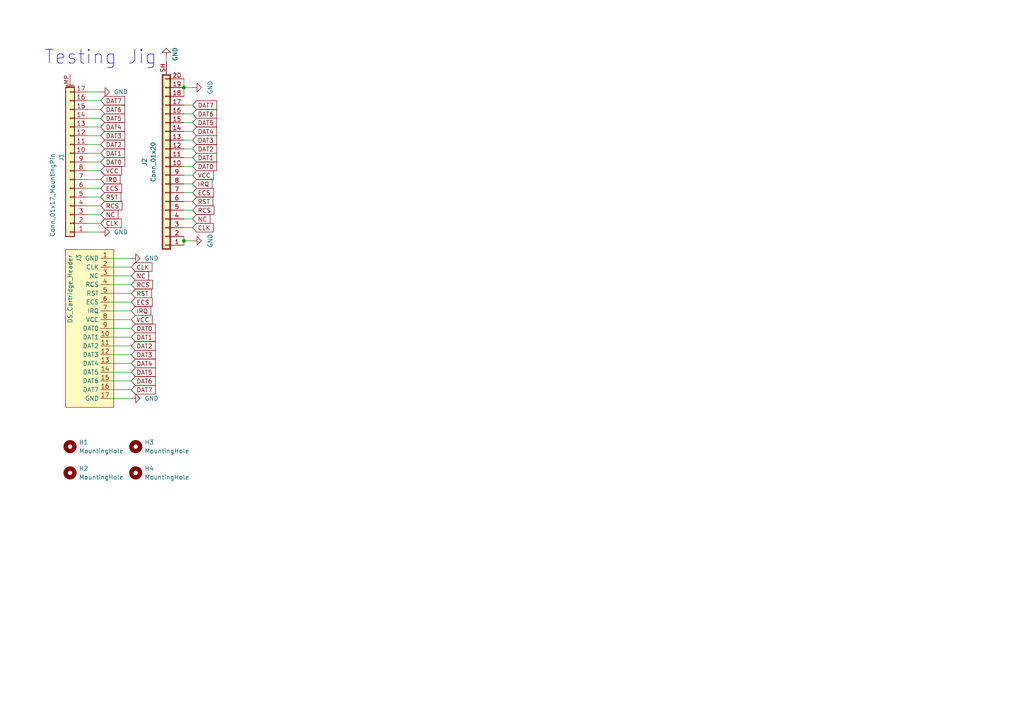
<source format=kicad_sch>
(kicad_sch (version 20211123) (generator eeschema)
  (paper "A4")
  (lib_symbols
    (symbol "Connector:DS_Cartridge_Header"
      (property "Reference" "U1" (at -19.05 0 0))
      (property "Value" "DS_Cartridge_Header" (at -10.16 -2.54 0))
      (symbol "DS_Cartridge_Header_0_1"
        (rectangle (start 24.13 10.16) (end -21.59 -3.81) (fill (type background)))
      )
      (symbol "DS_Cartridge_Header_1_1"
        (pin input line (at -19.05 8.89 270) (length 2.54) (name "GND") (number "1"))
        (pin input line (at 3.81 8.89 270) (length 2.54) (name "DAT1") (number "10"))
        (pin input line (at 6.35 8.89 270) (length 2.54) (name "DAT2") (number "11"))
        (pin input line (at 8.89 8.89 270) (length 2.54) (name "DAT3") (number "12"))
        (pin input line (at 11.43 8.89 270) (length 2.54) (name "DAT4") (number "13"))
        (pin input line (at 13.97 8.89 270) (length 2.54) (name "DAT5") (number "14"))
        (pin input line (at 16.51 8.89 270) (length 2.54) (name "DAT6") (number "15"))
        (pin input line (at 19.05 8.89 270) (length 2.54) (name "DAT7") (number "16"))
        (pin input line (at 21.59 8.89 270) (length 2.54) (name "GND") (number "17"))
        (pin input line (at -16.51 8.89 270) (length 2.54) (name "CLK") (number "2"))
        (pin input line (at -13.97 8.89 270) (length 2.54) (name "NC") (number "3"))
        (pin input line (at -11.43 8.89 270) (length 2.54) (name "RCS") (number "4"))
        (pin input line (at -8.89 8.89 270) (length 2.54) (name "RST") (number "5"))
        (pin input line (at -6.35 8.89 270) (length 2.54) (name "ECS") (number "6"))
        (pin input line (at -3.81 8.89 270) (length 2.54) (name "IRQ") (number "7"))
        (pin input line (at -1.27 8.89 270) (length 2.54) (name "VCC") (number "8"))
        (pin input line (at 1.27 8.89 270) (length 2.54) (name "DAT0") (number "9"))
      )
    )
    (symbol "Connector_Generic_MountingPin:Conn_01x17_MountingPin" (pin_names (offset 1.016) hide)
      (property "Reference" "J" (at 0 22.86 0))
      (property "Value" "Conn_01x17_MountingPin" (at 1.27 -22.86 0))
      (symbol "Conn_01x17_MountingPin_1_1"
        (rectangle (start -1.27 -20.193) (end 0 -20.447) (stroke (width 0.1524)))
        (rectangle (start -1.27 -17.653) (end 0 -17.907) (stroke (width 0.1524)))
        (rectangle (start -1.27 -15.113) (end 0 -15.367) (stroke (width 0.1524)))
        (rectangle (start -1.27 -12.573) (end 0 -12.827) (stroke (width 0.1524)))
        (rectangle (start -1.27 -10.033) (end 0 -10.287) (stroke (width 0.1524)))
        (rectangle (start -1.27 -7.493) (end 0 -7.747) (stroke (width 0.1524)))
        (rectangle (start -1.27 -4.953) (end 0 -5.207) (stroke (width 0.1524)))
        (rectangle (start -1.27 -2.413) (end 0 -2.667) (stroke (width 0.1524)))
        (rectangle (start -1.27 0.127) (end 0 -0.127) (stroke (width 0.1524)))
        (rectangle (start -1.27 2.667) (end 0 2.413) (stroke (width 0.1524)))
        (rectangle (start -1.27 5.207) (end 0 4.953) (stroke (width 0.1524)))
        (rectangle (start -1.27 7.747) (end 0 7.493) (stroke (width 0.1524)))
        (rectangle (start -1.27 10.287) (end 0 10.033) (stroke (width 0.1524)))
        (rectangle (start -1.27 12.827) (end 0 12.573) (stroke (width 0.1524)))
        (rectangle (start -1.27 15.367) (end 0 15.113) (stroke (width 0.1524)))
        (rectangle (start -1.27 17.907) (end 0 17.653) (stroke (width 0.1524)))
        (rectangle (start -1.27 20.447) (end 0 20.193) (stroke (width 0.1524)))
        (rectangle (start -1.27 21.59) (end 1.27 -21.59) (stroke (width 0.254)) (fill (type background)))
        (polyline (pts (xy -1.016 -22.352) (xy 1.016 -22.352)) (stroke (width 0.1524)))
        (text "Mounting" (at 0 -21.971 0) (effects (font (size 0.381 0.381))))
        (pin passive line (at -5.08 20.32 0) (length 3.81) (name "Pin_1") (number "1"))
        (pin passive line (at -5.08 -2.54 0) (length 3.81) (name "Pin_10") (number "10"))
        (pin passive line (at -5.08 -5.08 0) (length 3.81) (name "Pin_11") (number "11"))
        (pin passive line (at -5.08 -7.62 0) (length 3.81) (name "Pin_12") (number "12"))
        (pin passive line (at -5.08 -10.16 0) (length 3.81) (name "Pin_13") (number "13"))
        (pin passive line (at -5.08 -12.7 0) (length 3.81) (name "Pin_14") (number "14"))
        (pin passive line (at -5.08 -15.24 0) (length 3.81) (name "Pin_15") (number "15"))
        (pin passive line (at -5.08 -17.78 0) (length 3.81) (name "Pin_16") (number "16"))
        (pin passive line (at -5.08 -20.32 0) (length 3.81) (name "Pin_17") (number "17"))
        (pin passive line (at -5.08 17.78 0) (length 3.81) (name "Pin_2") (number "2"))
        (pin passive line (at -5.08 15.24 0) (length 3.81) (name "Pin_3") (number "3"))
        (pin passive line (at -5.08 12.7 0) (length 3.81) (name "Pin_4") (number "4"))
        (pin passive line (at -5.08 10.16 0) (length 3.81) (name "Pin_5") (number "5"))
        (pin passive line (at -5.08 7.62 0) (length 3.81) (name "Pin_6") (number "6"))
        (pin passive line (at -5.08 5.08 0) (length 3.81) (name "Pin_7") (number "7"))
        (pin passive line (at -5.08 2.54 0) (length 3.81) (name "Pin_8") (number "8"))
        (pin passive line (at -5.08 0 0) (length 3.81) (name "Pin_9") (number "9"))
        (pin passive line (at 0 -25.4 90) (length 3.048) (name "MountPin") (number "MP"))
      )
    )
    (symbol "Connector_Generic_Shielded:Conn_01x20_Shielded" (pin_names (offset 1.016) hide)
      (property "Reference" "J" (at 0.254 25.146 0))
      (property "Value" "Conn_01x20_Shielded" (at 1.016 -27.686 0))
      (symbol "Conn_01x20_Shielded_1_1"
        (rectangle (start -1.27 24.13) (end 1.27 -26.67) (stroke (width 0.1524)))
        (rectangle (start -1.016 -25.273) (end 0.254 -25.527) (stroke (width 0.1524)))
        (rectangle (start -1.016 -22.733) (end 0.254 -22.987) (stroke (width 0.1524)))
        (rectangle (start -1.016 -20.193) (end 0.254 -20.447) (stroke (width 0.1524)))
        (rectangle (start -1.016 -17.653) (end 0.254 -17.907) (stroke (width 0.1524)))
        (rectangle (start -1.016 -15.113) (end 0.254 -15.367) (stroke (width 0.1524)))
        (rectangle (start -1.016 -12.573) (end 0.254 -12.827) (stroke (width 0.1524)))
        (rectangle (start -1.016 -10.033) (end 0.254 -10.287) (stroke (width 0.1524)))
        (rectangle (start -1.016 -7.493) (end 0.254 -7.747) (stroke (width 0.1524)))
        (rectangle (start -1.016 -4.953) (end 0.254 -5.207) (stroke (width 0.1524)))
        (rectangle (start -1.016 -2.413) (end 0.254 -2.667) (stroke (width 0.1524)))
        (rectangle (start -1.016 0.127) (end 0.254 -0.127) (stroke (width 0.1524)))
        (rectangle (start -1.016 2.667) (end 0.254 2.413) (stroke (width 0.1524)))
        (rectangle (start -1.016 5.207) (end 0.254 4.953) (stroke (width 0.1524)))
        (rectangle (start -1.016 7.747) (end 0.254 7.493) (stroke (width 0.1524)))
        (rectangle (start -1.016 10.287) (end 0.254 10.033) (stroke (width 0.1524)))
        (rectangle (start -1.016 12.827) (end 0.254 12.573) (stroke (width 0.1524)))
        (rectangle (start -1.016 15.367) (end 0.254 15.113) (stroke (width 0.1524)))
        (rectangle (start -1.016 17.907) (end 0.254 17.653) (stroke (width 0.1524)))
        (rectangle (start -1.016 20.447) (end 0.254 20.193) (stroke (width 0.1524)))
        (rectangle (start -1.016 22.987) (end 0.254 22.733) (stroke (width 0.1524)))
        (rectangle (start -1.016 23.876) (end 1.016 -26.416) (stroke (width 0.254)) (fill (type background)))
        (pin passive line (at -5.08 22.86 0) (length 4.064) (name "Pin_1") (number "1"))
        (pin passive line (at -5.08 0 0) (length 4.064) (name "Pin_10") (number "10"))
        (pin passive line (at -5.08 -2.54 0) (length 4.064) (name "Pin_11") (number "11"))
        (pin passive line (at -5.08 -5.08 0) (length 4.064) (name "Pin_12") (number "12"))
        (pin passive line (at -5.08 -7.62 0) (length 4.064) (name "Pin_13") (number "13"))
        (pin passive line (at -5.08 -10.16 0) (length 4.064) (name "Pin_14") (number "14"))
        (pin passive line (at -5.08 -12.7 0) (length 4.064) (name "Pin_15") (number "15"))
        (pin passive line (at -5.08 -15.24 0) (length 4.064) (name "Pin_16") (number "16"))
        (pin passive line (at -5.08 -17.78 0) (length 4.064) (name "Pin_17") (number "17"))
        (pin passive line (at -5.08 -20.32 0) (length 4.064) (name "Pin_18") (number "18"))
        (pin passive line (at -5.08 -22.86 0) (length 4.064) (name "Pin_19") (number "19"))
        (pin passive line (at -5.08 20.32 0) (length 4.064) (name "Pin_2") (number "2"))
        (pin passive line (at -5.08 -25.4 0) (length 4.064) (name "Pin_20") (number "20"))
        (pin passive line (at -5.08 17.78 0) (length 4.064) (name "Pin_3") (number "3"))
        (pin passive line (at -5.08 15.24 0) (length 4.064) (name "Pin_4") (number "4"))
        (pin passive line (at -5.08 12.7 0) (length 4.064) (name "Pin_5") (number "5"))
        (pin passive line (at -5.08 10.16 0) (length 4.064) (name "Pin_6") (number "6"))
        (pin passive line (at -5.08 7.62 0) (length 4.064) (name "Pin_7") (number "7"))
        (pin passive line (at -5.08 5.08 0) (length 4.064) (name "Pin_8") (number "8"))
        (pin passive line (at -5.08 2.54 0) (length 4.064) (name "Pin_9") (number "9"))
        (pin passive line (at 0 -30.48 90) (length 3.81) (name "Shield") (number "SH"))
      )
    )
    (symbol "Mechanical:MountingHole" (pin_names (offset 1.016))
      (property "Reference" "H" (at 0 5.08 0))
      (property "Value" "MountingHole" (at 0 3.175 0))
      (symbol "MountingHole_0_1"
        (circle (center 0 0) (radius 1.27) (stroke (width 1.27)))
      )
    )
    (symbol "power:GND" (power) (pin_names (offset 0))
      (property "Value" "GND" (at 0 -3.81 0))
      (symbol "GND_0_1"
        (polyline (pts (xy 0 0) (xy 0 -1.27) (xy 1.27 -1.27) (xy 0 -2.54) (xy -1.27 -1.27) (xy 0 -1.27)))
      )
      (symbol "GND_1_1"
        (pin power_in line (at 0 0 270) (length 0) hide (name "GND") (number "1"))
      )
    )
  )
  (junction (at 53.34 69.85))
  (junction (at 53.34 25.4))
  (wire (pts (xy 25.4 64.77) (xy 29.21 64.77)))
  (wire (pts (xy 53.34 69.85) (xy 55.88 69.85)))
  (wire (pts (xy 53.34 50.8) (xy 55.88 50.8)))
  (wire (pts (xy 31.75 115.57) (xy 38.1 115.57)))
  (wire (pts (xy 25.4 34.29) (xy 29.21 34.29)))
  (wire (pts (xy 31.75 100.33) (xy 38.1 100.33)))
  (wire (pts (xy 31.75 82.55) (xy 38.1 82.55)))
  (wire (pts (xy 31.75 90.17) (xy 38.1 90.17)))
  (wire (pts (xy 53.34 43.18) (xy 55.88 43.18)))
  (wire (pts (xy 31.75 102.87) (xy 38.1 102.87)))
  (wire (pts (xy 53.34 25.4) (xy 53.34 22.86)))
  (wire (pts (xy 31.75 92.71) (xy 38.1 92.71)))
  (wire (pts (xy 31.75 77.47) (xy 38.1 77.47)))
  (wire (pts (xy 53.34 60.96) (xy 55.88 60.96)))
  (wire (pts (xy 53.34 58.42) (xy 55.88 58.42)))
  (wire (pts (xy 25.4 26.67) (xy 29.21 26.67)))
  (wire (pts (xy 25.4 57.15) (xy 29.21 57.15)))
  (wire (pts (xy 25.4 44.45) (xy 29.21 44.45)))
  (wire (pts (xy 53.34 35.56) (xy 55.88 35.56)))
  (wire (pts (xy 53.34 25.4) (xy 55.88 25.4)))
  (wire (pts (xy 25.4 29.21) (xy 29.21 29.21)))
  (wire (pts (xy 53.34 48.26) (xy 55.88 48.26)))
  (wire (pts (xy 31.75 107.95) (xy 38.1 107.95)))
  (wire (pts (xy 53.34 66.04) (xy 55.88 66.04)))
  (wire (pts (xy 25.4 62.23) (xy 29.21 62.23)))
  (wire (pts (xy 31.75 74.93) (xy 38.1 74.93)))
  (wire (pts (xy 48.26 17.78) (xy 48.26 16.51)))
  (wire (pts (xy 31.75 110.49) (xy 38.1 110.49)))
  (wire (pts (xy 25.4 49.53) (xy 29.21 49.53)))
  (wire (pts (xy 25.4 31.75) (xy 29.21 31.75)))
  (wire (pts (xy 53.34 55.88) (xy 55.88 55.88)))
  (wire (pts (xy 25.4 59.69) (xy 29.21 59.69)))
  (wire (pts (xy 25.4 67.31) (xy 29.21 67.31)))
  (wire (pts (xy 31.75 105.41) (xy 38.1 105.41)))
  (wire (pts (xy 53.34 45.72) (xy 55.88 45.72)))
  (wire (pts (xy 53.34 53.34) (xy 55.88 53.34)))
  (wire (pts (xy 53.34 40.64) (xy 55.88 40.64)))
  (wire (pts (xy 31.75 87.63) (xy 38.1 87.63)))
  (wire (pts (xy 25.4 54.61) (xy 29.21 54.61)))
  (wire (pts (xy 31.75 113.03) (xy 38.1 113.03)))
  (wire (pts (xy 25.4 52.07) (xy 29.21 52.07)))
  (wire (pts (xy 25.4 41.91) (xy 29.21 41.91)))
  (wire (pts (xy 31.75 85.09) (xy 38.1 85.09)))
  (wire (pts (xy 31.75 80.01) (xy 38.1 80.01)))
  (wire (pts (xy 25.4 46.99) (xy 29.21 46.99)))
  (wire (pts (xy 53.34 38.1) (xy 55.88 38.1)))
  (wire (pts (xy 53.34 71.12) (xy 53.34 69.85)))
  (wire (pts (xy 53.34 63.5) (xy 55.88 63.5)))
  (wire (pts (xy 53.34 30.48) (xy 55.88 30.48)))
  (wire (pts (xy 25.4 36.83) (xy 29.21 36.83)))
  (wire (pts (xy 31.75 97.79) (xy 38.1 97.79)))
  (wire (pts (xy 53.34 69.85) (xy 53.34 68.58)))
  (wire (pts (xy 31.75 95.25) (xy 38.1 95.25)))
  (wire (pts (xy 53.34 33.02) (xy 55.88 33.02)))
  (wire (pts (xy 53.34 27.94) (xy 53.34 25.4)))
  (wire (pts (xy 25.4 39.37) (xy 29.21 39.37)))
  (text "Testing Jig" (at 12.7 19.05 0) (effects (font (size 4 4)) (justify left bottom)))
  (global_label "RST" (shape input) (at 29.21 57.15 0) (property "Intersheet References" "${INTERSHEET_REFS}" (effects hide)))
  (global_label "RST" (shape input) (at 38.1 85.09 0) (property "Intersheet References" "${INTERSHEET_REFS}" (effects hide)))
  (global_label "DAT2" (shape input) (at 38.1 100.33 0) (property "Intersheet References" "${INTERSHEET_REFS}" (effects hide)))
  (global_label "DAT1" (shape input) (at 38.1 97.79 0) (property "Intersheet References" "${INTERSHEET_REFS}" (effects hide)))
  (global_label "VCC" (shape input) (at 38.1 92.71 0) (property "Intersheet References" "${INTERSHEET_REFS}" (effects hide)))
  (global_label "DAT3" (shape input) (at 55.88 40.64 0) (property "Intersheet References" "${INTERSHEET_REFS}" (effects hide)))
  (global_label "IRQ" (shape input) (at 55.88 53.34 0) (property "Intersheet References" "${INTERSHEET_REFS}" (effects hide)))
  (global_label "RCS" (shape input) (at 38.1 82.55 0) (property "Intersheet References" "${INTERSHEET_REFS}" (effects hide)))
  (global_label "DAT1" (shape input) (at 55.88 45.72 0) (property "Intersheet References" "${INTERSHEET_REFS}" (effects hide)))
  (global_label "DAT0" (shape input) (at 29.21 46.99 0) (property "Intersheet References" "${INTERSHEET_REFS}" (effects hide)))
  (global_label "DAT4" (shape input) (at 55.88 38.1 0) (property "Intersheet References" "${INTERSHEET_REFS}" (effects hide)))
  (global_label "NC" (shape input) (at 55.88 63.5 0) (property "Intersheet References" "${INTERSHEET_REFS}" (effects hide)))
  (global_label "DAT7" (shape input) (at 38.1 113.03 0) (property "Intersheet References" "${INTERSHEET_REFS}" (effects hide)))
  (global_label "DAT2" (shape input) (at 55.88 43.18 0) (property "Intersheet References" "${INTERSHEET_REFS}" (effects hide)))
  (global_label "DAT6" (shape input) (at 38.1 110.49 0) (property "Intersheet References" "${INTERSHEET_REFS}" (effects hide)))
  (global_label "RST" (shape input) (at 55.88 58.42 0) (property "Intersheet References" "${INTERSHEET_REFS}" (effects hide)))
  (global_label "DAT6" (shape input) (at 55.88 33.02 0) (property "Intersheet References" "${INTERSHEET_REFS}" (effects hide)))
  (global_label "DAT5" (shape input) (at 38.1 107.95 0) (property "Intersheet References" "${INTERSHEET_REFS}" (effects hide)))
  (global_label "DAT5" (shape input) (at 55.88 35.56 0) (property "Intersheet References" "${INTERSHEET_REFS}" (effects hide)))
  (global_label "DAT0" (shape input) (at 55.88 48.26 0) (property "Intersheet References" "${INTERSHEET_REFS}" (effects hide)))
  (global_label "ECS" (shape input) (at 29.21 54.61 0) (property "Intersheet References" "${INTERSHEET_REFS}" (effects hide)))
  (global_label "DAT7" (shape input) (at 29.21 29.21 0) (property "Intersheet References" "${INTERSHEET_REFS}" (effects hide)))
  (global_label "IRQ" (shape input) (at 29.21 52.07 0) (property "Intersheet References" "${INTERSHEET_REFS}" (effects hide)))
  (global_label "DAT4" (shape input) (at 29.21 36.83 0) (property "Intersheet References" "${INTERSHEET_REFS}" (effects hide)))
  (global_label "DAT1" (shape input) (at 29.21 44.45 0) (property "Intersheet References" "${INTERSHEET_REFS}" (effects hide)))
  (global_label "CLK" (shape input) (at 38.1 77.47 0) (property "Intersheet References" "${INTERSHEET_REFS}" (effects hide)))
  (global_label "DAT2" (shape input) (at 29.21 41.91 0) (property "Intersheet References" "${INTERSHEET_REFS}" (effects hide)))
  (global_label "NC" (shape input) (at 29.21 62.23 0) (property "Intersheet References" "${INTERSHEET_REFS}" (effects hide)))
  (global_label "DAT4" (shape input) (at 38.1 105.41 0) (property "Intersheet References" "${INTERSHEET_REFS}" (effects hide)))
  (global_label "DAT0" (shape input) (at 38.1 95.25 0) (property "Intersheet References" "${INTERSHEET_REFS}" (effects hide)))
  (global_label "ECS" (shape input) (at 55.88 55.88 0) (property "Intersheet References" "${INTERSHEET_REFS}" (effects hide)))
  (global_label "DAT3" (shape input) (at 29.21 39.37 0) (property "Intersheet References" "${INTERSHEET_REFS}" (effects hide)))
  (global_label "DAT3" (shape input) (at 38.1 102.87 0) (property "Intersheet References" "${INTERSHEET_REFS}" (effects hide)))
  (global_label "CLK" (shape input) (at 29.21 64.77 0) (property "Intersheet References" "${INTERSHEET_REFS}" (effects hide)))
  (global_label "ECS" (shape input) (at 38.1 87.63 0) (property "Intersheet References" "${INTERSHEET_REFS}" (effects hide)))
  (global_label "DAT7" (shape input) (at 55.88 30.48 0) (property "Intersheet References" "${INTERSHEET_REFS}" (effects hide)))
  (global_label "VCC" (shape input) (at 29.21 49.53 0) (property "Intersheet References" "${INTERSHEET_REFS}" (effects hide)))
  (global_label "DAT5" (shape input) (at 29.21 34.29 0) (property "Intersheet References" "${INTERSHEET_REFS}" (effects hide)))
  (global_label "VCC" (shape input) (at 55.88 50.8 0) (property "Intersheet References" "${INTERSHEET_REFS}" (effects hide)))
  (global_label "IRQ" (shape input) (at 38.1 90.17 0) (property "Intersheet References" "${INTERSHEET_REFS}" (effects hide)))
  (global_label "RCS" (shape input) (at 55.88 60.96 0) (property "Intersheet References" "${INTERSHEET_REFS}" (effects hide)))
  (global_label "NC" (shape input) (at 38.1 80.01 0) (property "Intersheet References" "${INTERSHEET_REFS}" (effects hide)))
  (global_label "DAT6" (shape input) (at 29.21 31.75 0) (property "Intersheet References" "${INTERSHEET_REFS}" (effects hide)))
  (global_label "RCS" (shape input) (at 29.21 59.69 0) (property "Intersheet References" "${INTERSHEET_REFS}" (effects hide)))
  (global_label "CLK" (shape input) (at 55.88 66.04 0) (property "Intersheet References" "${INTERSHEET_REFS}" (effects hide)))
  (symbol (lib_id "Connector_Generic_Shielded:Conn_01x20_Shielded") (at 48.26 48.26 180) (unit 1)
    (property "Reference" "J2" (at 41.91 46.99 90))
    (property "Value" "Conn_01x20" (at 44.45 46.99 90))
    (property "Footprint" "Connector_FFC-FPC:Hirose_FH12-20S-0.5SH_1x20-1MP_P0.50mm_Horizontal" (effects hide))
  )
  (symbol (lib_id "Mechanical:MountingHole") (at 39.37 137.16 0) (unit 1)
    (property "Reference" "H4" (at 41.91 135.8899 0) (effects (justify left)))
    (property "Value" "MountingHole" (at 41.91 138.4299 0) (effects (justify left)))
    (property "Footprint" "MountingHole:MountingHole_2.7mm_M2.5" (effects hide))
  )
  (symbol (lib_id "power:GND") (at 38.1 74.93 90) (unit 1)
    (property "Reference" "#PWR0104" (effects hide))
    (property "Value" "GND" (at 41.91 74.9299 90) (effects (justify right)))
  )
  (symbol (lib_id "power:GND") (at 48.26 16.51 180) (unit 1)
    (property "Reference" "#PWR0102" (effects hide))
    (property "Value" "GND" (at 50.8 17.78 90) (effects (justify right)))
  )
  (symbol (lib_id "Connector:DS_Cartridge_Header") (at 22.86 93.98 270) (unit 1)
    (property "Reference" "J3" (at 22.86 74.93 0))
    (property "Value" "DS_Cartridge_Header" (at 20.32 83.82 0))
    (property "Footprint" "TestPoint:SIP-17" (effects hide))
  )
  (symbol (lib_id "power:GND") (at 55.88 25.4 90) (unit 1)
    (property "Reference" "#PWR0106" (effects hide))
    (property "Value" "GND" (at 60.96 25.4 0))
  )
  (symbol (lib_id "Mechanical:MountingHole") (at 20.32 129.54 0) (unit 1)
    (property "Reference" "H1" (at 22.86 128.2699 0) (effects (justify left)))
    (property "Value" "MountingHole" (at 22.86 130.8099 0) (effects (justify left)))
    (property "Footprint" "MountingHole:MountingHole_2.7mm_M2.5" (effects hide))
  )
  (symbol (lib_id "Mechanical:MountingHole") (at 39.37 129.54 0) (unit 1)
    (property "Reference" "H3" (at 41.91 128.2699 0) (effects (justify left)))
    (property "Value" "MountingHole" (at 41.91 130.8099 0) (effects (justify left)))
    (property "Footprint" "MountingHole:MountingHole_2.7mm_M2.5" (effects hide))
  )
  (symbol (lib_id "power:GND") (at 38.1 115.57 90) (unit 1)
    (property "Reference" "#PWR0105" (effects hide))
    (property "Value" "GND" (at 41.91 115.5699 90) (effects (justify right)))
  )
  (symbol (lib_id "power:GND") (at 29.21 26.67 90) (unit 1)
    (property "Reference" "#PWR0101" (effects hide))
    (property "Value" "GND" (at 33.02 26.6699 90) (effects (justify right)))
  )
  (symbol (lib_id "Connector_Generic_MountingPin:Conn_01x17_MountingPin") (at 20.32 46.99 180) (unit 1)
    (property "Reference" "J1" (at 17.78 44.45 90) (effects (justify left)))
    (property "Value" "Conn_01x17_MountingPin" (at 15.24 44.45 90) (effects (justify left)))
    (property "Footprint" "Connector_PinHeader_2.54mm:PinHeader_1x17_P2.54mm_Horizontal" (effects hide))
  )
  (symbol (lib_id "power:GND") (at 55.88 69.85 90) (unit 1)
    (property "Reference" "#PWR0107" (effects hide))
    (property "Value" "GND" (at 60.96 69.85 0))
  )
  (symbol (lib_id "power:GND") (at 29.21 67.31 90) (unit 1)
    (property "Reference" "#PWR0103" (effects hide))
    (property "Value" "GND" (at 33.02 67.3099 90) (effects (justify right)))
  )
  (symbol (lib_id "Mechanical:MountingHole") (at 20.32 137.16 0) (unit 1)
    (property "Reference" "H2" (at 22.86 135.8899 0) (effects (justify left)))
    (property "Value" "MountingHole" (at 22.86 138.4299 0) (effects (justify left)))
    (property "Footprint" "MountingHole:MountingHole_2.7mm_M2.5" (effects hide))
  )
)
</source>
